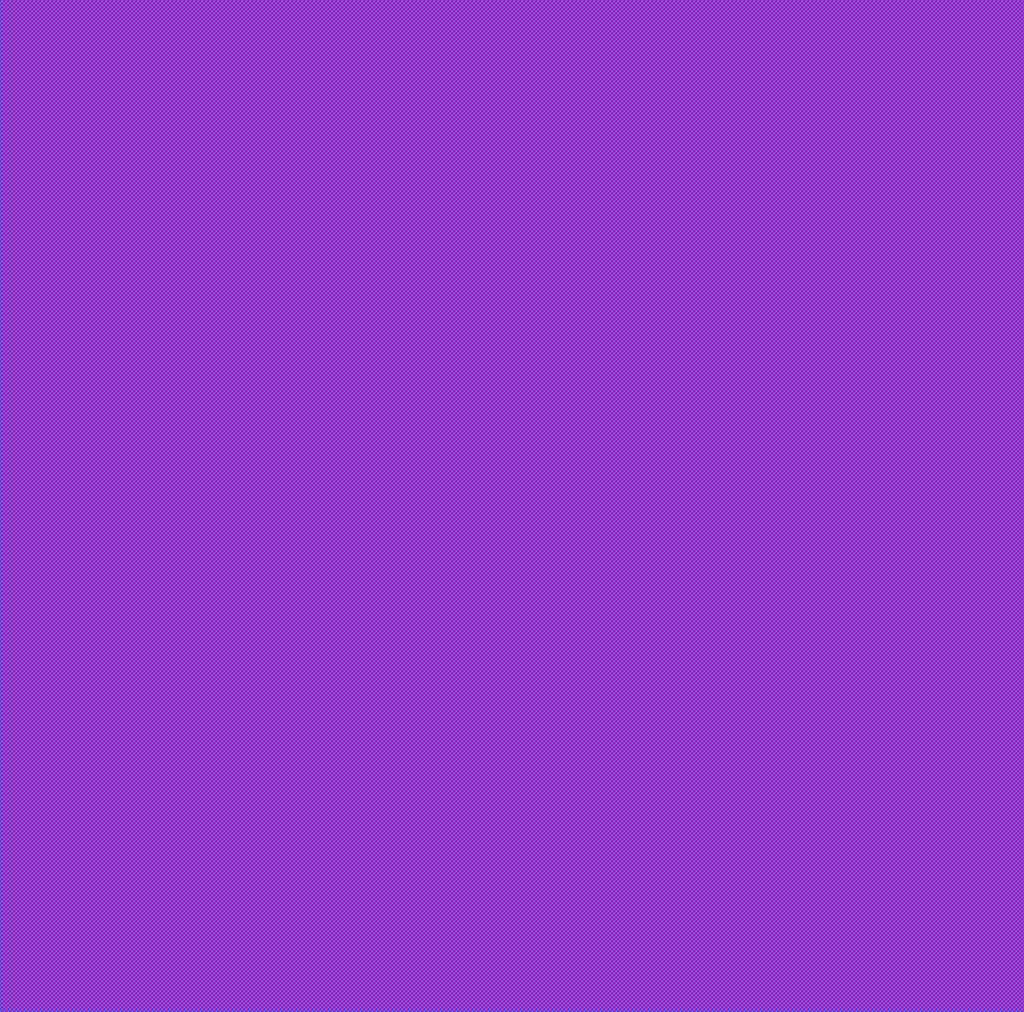
<source format=lef>
##
## LEF for PtnCells ;
## created by Innovus v18.10-p002_1 on Fri Apr  2 12:22:50 2021
##

VERSION 5.8 ;

BUSBITCHARS "[]" ;
DIVIDERCHAR "/" ;

MACRO aes128key
  CLASS BLOCK ;
  SIZE 237.690000 BY 234.920000 ;
  FOREIGN aes128key 0.000000 0.000000 ;
  ORIGIN 0 0 ;
  SYMMETRY X Y R90 ;
  PIN reset
    DIRECTION INPUT ;
    USE SIGNAL ;
  END reset
  PIN clock
    DIRECTION INPUT ;
    USE SIGNAL ;
  END clock
  PIN empty
    DIRECTION OUTPUT ;
    USE SIGNAL ;
  END empty
  PIN load
    DIRECTION INPUT ;
    USE SIGNAL ;
  END load
  PIN key[127]
    DIRECTION INPUT ;
    USE SIGNAL ;
    PORT
      LAYER metal2 ;
        RECT 119.000000 234.850000 119.070000 234.920000 ;
    END
  END key[127]
  PIN key[126]
    DIRECTION INPUT ;
    USE SIGNAL ;
    PORT
      LAYER metal2 ;
        RECT 118.050000 234.850000 118.120000 234.920000 ;
    END
  END key[126]
  PIN key[125]
    DIRECTION INPUT ;
    USE SIGNAL ;
    PORT
      LAYER metal2 ;
        RECT 117.100000 234.850000 117.170000 234.920000 ;
    END
  END key[125]
  PIN key[124]
    DIRECTION INPUT ;
    USE SIGNAL ;
    PORT
      LAYER metal2 ;
        RECT 116.150000 234.850000 116.220000 234.920000 ;
    END
  END key[124]
  PIN key[123]
    DIRECTION INPUT ;
    USE SIGNAL ;
    PORT
      LAYER metal2 ;
        RECT 115.200000 234.850000 115.270000 234.920000 ;
    END
  END key[123]
  PIN key[122]
    DIRECTION INPUT ;
    USE SIGNAL ;
    PORT
      LAYER metal2 ;
        RECT 114.250000 234.850000 114.320000 234.920000 ;
    END
  END key[122]
  PIN key[121]
    DIRECTION INPUT ;
    USE SIGNAL ;
    PORT
      LAYER metal2 ;
        RECT 113.300000 234.850000 113.370000 234.920000 ;
    END
  END key[121]
  PIN key[120]
    DIRECTION INPUT ;
    USE SIGNAL ;
    PORT
      LAYER metal2 ;
        RECT 112.350000 234.850000 112.420000 234.920000 ;
    END
  END key[120]
  PIN key[119]
    DIRECTION INPUT ;
    USE SIGNAL ;
    PORT
      LAYER metal2 ;
        RECT 111.400000 234.850000 111.470000 234.920000 ;
    END
  END key[119]
  PIN key[118]
    DIRECTION INPUT ;
    USE SIGNAL ;
    PORT
      LAYER metal2 ;
        RECT 110.450000 234.850000 110.520000 234.920000 ;
    END
  END key[118]
  PIN key[117]
    DIRECTION INPUT ;
    USE SIGNAL ;
    PORT
      LAYER metal2 ;
        RECT 109.500000 234.850000 109.570000 234.920000 ;
    END
  END key[117]
  PIN key[116]
    DIRECTION INPUT ;
    USE SIGNAL ;
    PORT
      LAYER metal2 ;
        RECT 108.550000 234.850000 108.620000 234.920000 ;
    END
  END key[116]
  PIN key[115]
    DIRECTION INPUT ;
    USE SIGNAL ;
    PORT
      LAYER metal2 ;
        RECT 107.600000 234.850000 107.670000 234.920000 ;
    END
  END key[115]
  PIN key[114]
    DIRECTION INPUT ;
    USE SIGNAL ;
    PORT
      LAYER metal2 ;
        RECT 106.650000 234.850000 106.720000 234.920000 ;
    END
  END key[114]
  PIN key[113]
    DIRECTION INPUT ;
    USE SIGNAL ;
    PORT
      LAYER metal2 ;
        RECT 105.700000 234.850000 105.770000 234.920000 ;
    END
  END key[113]
  PIN key[112]
    DIRECTION INPUT ;
    USE SIGNAL ;
    PORT
      LAYER metal2 ;
        RECT 104.750000 234.850000 104.820000 234.920000 ;
    END
  END key[112]
  PIN key[111]
    DIRECTION INPUT ;
    USE SIGNAL ;
    PORT
      LAYER metal2 ;
        RECT 103.800000 234.850000 103.870000 234.920000 ;
    END
  END key[111]
  PIN key[110]
    DIRECTION INPUT ;
    USE SIGNAL ;
    PORT
      LAYER metal2 ;
        RECT 102.850000 234.850000 102.920000 234.920000 ;
    END
  END key[110]
  PIN key[109]
    DIRECTION INPUT ;
    USE SIGNAL ;
    PORT
      LAYER metal2 ;
        RECT 101.900000 234.850000 101.970000 234.920000 ;
    END
  END key[109]
  PIN key[108]
    DIRECTION INPUT ;
    USE SIGNAL ;
    PORT
      LAYER metal2 ;
        RECT 100.950000 234.850000 101.020000 234.920000 ;
    END
  END key[108]
  PIN key[107]
    DIRECTION INPUT ;
    USE SIGNAL ;
    PORT
      LAYER metal2 ;
        RECT 100.000000 234.850000 100.070000 234.920000 ;
    END
  END key[107]
  PIN key[106]
    DIRECTION INPUT ;
    USE SIGNAL ;
    PORT
      LAYER metal2 ;
        RECT 99.050000 234.850000 99.120000 234.920000 ;
    END
  END key[106]
  PIN key[105]
    DIRECTION INPUT ;
    USE SIGNAL ;
    PORT
      LAYER metal2 ;
        RECT 98.100000 234.850000 98.170000 234.920000 ;
    END
  END key[105]
  PIN key[104]
    DIRECTION INPUT ;
    USE SIGNAL ;
    PORT
      LAYER metal2 ;
        RECT 97.150000 234.850000 97.220000 234.920000 ;
    END
  END key[104]
  PIN key[103]
    DIRECTION INPUT ;
    USE SIGNAL ;
    PORT
      LAYER metal2 ;
        RECT 96.200000 234.850000 96.270000 234.920000 ;
    END
  END key[103]
  PIN key[102]
    DIRECTION INPUT ;
    USE SIGNAL ;
    PORT
      LAYER metal2 ;
        RECT 95.250000 234.850000 95.320000 234.920000 ;
    END
  END key[102]
  PIN key[101]
    DIRECTION INPUT ;
    USE SIGNAL ;
    PORT
      LAYER metal2 ;
        RECT 94.300000 234.850000 94.370000 234.920000 ;
    END
  END key[101]
  PIN key[100]
    DIRECTION INPUT ;
    USE SIGNAL ;
    PORT
      LAYER metal2 ;
        RECT 93.350000 234.850000 93.420000 234.920000 ;
    END
  END key[100]
  PIN key[99]
    DIRECTION INPUT ;
    USE SIGNAL ;
    PORT
      LAYER metal2 ;
        RECT 92.400000 234.850000 92.470000 234.920000 ;
    END
  END key[99]
  PIN key[98]
    DIRECTION INPUT ;
    USE SIGNAL ;
    PORT
      LAYER metal2 ;
        RECT 91.450000 234.850000 91.520000 234.920000 ;
    END
  END key[98]
  PIN key[97]
    DIRECTION INPUT ;
    USE SIGNAL ;
    PORT
      LAYER metal2 ;
        RECT 90.500000 234.850000 90.570000 234.920000 ;
    END
  END key[97]
  PIN key[96]
    DIRECTION INPUT ;
    USE SIGNAL ;
    PORT
      LAYER metal2 ;
        RECT 89.550000 234.850000 89.620000 234.920000 ;
    END
  END key[96]
  PIN key[95]
    DIRECTION INPUT ;
    USE SIGNAL ;
    PORT
      LAYER metal2 ;
        RECT 88.600000 234.850000 88.670000 234.920000 ;
    END
  END key[95]
  PIN key[94]
    DIRECTION INPUT ;
    USE SIGNAL ;
    PORT
      LAYER metal2 ;
        RECT 87.650000 234.850000 87.720000 234.920000 ;
    END
  END key[94]
  PIN key[93]
    DIRECTION INPUT ;
    USE SIGNAL ;
    PORT
      LAYER metal2 ;
        RECT 86.700000 234.850000 86.770000 234.920000 ;
    END
  END key[93]
  PIN key[92]
    DIRECTION INPUT ;
    USE SIGNAL ;
    PORT
      LAYER metal2 ;
        RECT 85.750000 234.850000 85.820000 234.920000 ;
    END
  END key[92]
  PIN key[91]
    DIRECTION INPUT ;
    USE SIGNAL ;
    PORT
      LAYER metal2 ;
        RECT 84.800000 234.850000 84.870000 234.920000 ;
    END
  END key[91]
  PIN key[90]
    DIRECTION INPUT ;
    USE SIGNAL ;
    PORT
      LAYER metal2 ;
        RECT 83.850000 234.850000 83.920000 234.920000 ;
    END
  END key[90]
  PIN key[89]
    DIRECTION INPUT ;
    USE SIGNAL ;
    PORT
      LAYER metal2 ;
        RECT 82.900000 234.850000 82.970000 234.920000 ;
    END
  END key[89]
  PIN key[88]
    DIRECTION INPUT ;
    USE SIGNAL ;
    PORT
      LAYER metal2 ;
        RECT 81.950000 234.850000 82.020000 234.920000 ;
    END
  END key[88]
  PIN key[87]
    DIRECTION INPUT ;
    USE SIGNAL ;
    PORT
      LAYER metal2 ;
        RECT 81.000000 234.850000 81.070000 234.920000 ;
    END
  END key[87]
  PIN key[86]
    DIRECTION INPUT ;
    USE SIGNAL ;
    PORT
      LAYER metal2 ;
        RECT 80.050000 234.850000 80.120000 234.920000 ;
    END
  END key[86]
  PIN key[85]
    DIRECTION INPUT ;
    USE SIGNAL ;
    PORT
      LAYER metal2 ;
        RECT 79.100000 234.850000 79.170000 234.920000 ;
    END
  END key[85]
  PIN key[84]
    DIRECTION INPUT ;
    USE SIGNAL ;
    PORT
      LAYER metal2 ;
        RECT 78.150000 234.850000 78.220000 234.920000 ;
    END
  END key[84]
  PIN key[83]
    DIRECTION INPUT ;
    USE SIGNAL ;
    PORT
      LAYER metal2 ;
        RECT 77.200000 234.850000 77.270000 234.920000 ;
    END
  END key[83]
  PIN key[82]
    DIRECTION INPUT ;
    USE SIGNAL ;
    PORT
      LAYER metal2 ;
        RECT 76.250000 234.850000 76.320000 234.920000 ;
    END
  END key[82]
  PIN key[81]
    DIRECTION INPUT ;
    USE SIGNAL ;
    PORT
      LAYER metal2 ;
        RECT 75.300000 234.850000 75.370000 234.920000 ;
    END
  END key[81]
  PIN key[80]
    DIRECTION INPUT ;
    USE SIGNAL ;
    PORT
      LAYER metal2 ;
        RECT 74.350000 234.850000 74.420000 234.920000 ;
    END
  END key[80]
  PIN key[79]
    DIRECTION INPUT ;
    USE SIGNAL ;
    PORT
      LAYER metal2 ;
        RECT 73.400000 234.850000 73.470000 234.920000 ;
    END
  END key[79]
  PIN key[78]
    DIRECTION INPUT ;
    USE SIGNAL ;
    PORT
      LAYER metal2 ;
        RECT 72.450000 234.850000 72.520000 234.920000 ;
    END
  END key[78]
  PIN key[77]
    DIRECTION INPUT ;
    USE SIGNAL ;
    PORT
      LAYER metal2 ;
        RECT 71.500000 234.850000 71.570000 234.920000 ;
    END
  END key[77]
  PIN key[76]
    DIRECTION INPUT ;
    USE SIGNAL ;
    PORT
      LAYER metal2 ;
        RECT 70.550000 234.850000 70.620000 234.920000 ;
    END
  END key[76]
  PIN key[75]
    DIRECTION INPUT ;
    USE SIGNAL ;
    PORT
      LAYER metal2 ;
        RECT 69.600000 234.850000 69.670000 234.920000 ;
    END
  END key[75]
  PIN key[74]
    DIRECTION INPUT ;
    USE SIGNAL ;
    PORT
      LAYER metal2 ;
        RECT 68.650000 234.850000 68.720000 234.920000 ;
    END
  END key[74]
  PIN key[73]
    DIRECTION INPUT ;
    USE SIGNAL ;
    PORT
      LAYER metal2 ;
        RECT 67.700000 234.850000 67.770000 234.920000 ;
    END
  END key[73]
  PIN key[72]
    DIRECTION INPUT ;
    USE SIGNAL ;
    PORT
      LAYER metal2 ;
        RECT 66.750000 234.850000 66.820000 234.920000 ;
    END
  END key[72]
  PIN key[71]
    DIRECTION INPUT ;
    USE SIGNAL ;
    PORT
      LAYER metal2 ;
        RECT 65.800000 234.850000 65.870000 234.920000 ;
    END
  END key[71]
  PIN key[70]
    DIRECTION INPUT ;
    USE SIGNAL ;
    PORT
      LAYER metal2 ;
        RECT 64.850000 234.850000 64.920000 234.920000 ;
    END
  END key[70]
  PIN key[69]
    DIRECTION INPUT ;
    USE SIGNAL ;
    PORT
      LAYER metal2 ;
        RECT 63.900000 234.850000 63.970000 234.920000 ;
    END
  END key[69]
  PIN key[68]
    DIRECTION INPUT ;
    USE SIGNAL ;
    PORT
      LAYER metal2 ;
        RECT 62.950000 234.850000 63.020000 234.920000 ;
    END
  END key[68]
  PIN key[67]
    DIRECTION INPUT ;
    USE SIGNAL ;
    PORT
      LAYER metal2 ;
        RECT 62.000000 234.850000 62.070000 234.920000 ;
    END
  END key[67]
  PIN key[66]
    DIRECTION INPUT ;
    USE SIGNAL ;
    PORT
      LAYER metal2 ;
        RECT 61.050000 234.850000 61.120000 234.920000 ;
    END
  END key[66]
  PIN key[65]
    DIRECTION INPUT ;
    USE SIGNAL ;
    PORT
      LAYER metal2 ;
        RECT 60.100000 234.850000 60.170000 234.920000 ;
    END
  END key[65]
  PIN key[64]
    DIRECTION INPUT ;
    USE SIGNAL ;
    PORT
      LAYER metal2 ;
        RECT 59.150000 234.850000 59.220000 234.920000 ;
    END
  END key[64]
  PIN key[63]
    DIRECTION INPUT ;
    USE SIGNAL ;
    PORT
      LAYER metal2 ;
        RECT 58.200000 234.850000 58.270000 234.920000 ;
    END
  END key[63]
  PIN key[62]
    DIRECTION INPUT ;
    USE SIGNAL ;
    PORT
      LAYER metal2 ;
        RECT 57.250000 234.850000 57.320000 234.920000 ;
    END
  END key[62]
  PIN key[61]
    DIRECTION INPUT ;
    USE SIGNAL ;
    PORT
      LAYER metal2 ;
        RECT 56.300000 234.850000 56.370000 234.920000 ;
    END
  END key[61]
  PIN key[60]
    DIRECTION INPUT ;
    USE SIGNAL ;
    PORT
      LAYER metal2 ;
        RECT 55.350000 234.850000 55.420000 234.920000 ;
    END
  END key[60]
  PIN key[59]
    DIRECTION INPUT ;
    USE SIGNAL ;
    PORT
      LAYER metal2 ;
        RECT 54.400000 234.850000 54.470000 234.920000 ;
    END
  END key[59]
  PIN key[58]
    DIRECTION INPUT ;
    USE SIGNAL ;
    PORT
      LAYER metal2 ;
        RECT 53.450000 234.850000 53.520000 234.920000 ;
    END
  END key[58]
  PIN key[57]
    DIRECTION INPUT ;
    USE SIGNAL ;
    PORT
      LAYER metal2 ;
        RECT 52.500000 234.850000 52.570000 234.920000 ;
    END
  END key[57]
  PIN key[56]
    DIRECTION INPUT ;
    USE SIGNAL ;
    PORT
      LAYER metal2 ;
        RECT 51.550000 234.850000 51.620000 234.920000 ;
    END
  END key[56]
  PIN key[55]
    DIRECTION INPUT ;
    USE SIGNAL ;
    PORT
      LAYER metal2 ;
        RECT 50.600000 234.850000 50.670000 234.920000 ;
    END
  END key[55]
  PIN key[54]
    DIRECTION INPUT ;
    USE SIGNAL ;
    PORT
      LAYER metal2 ;
        RECT 49.650000 234.850000 49.720000 234.920000 ;
    END
  END key[54]
  PIN key[53]
    DIRECTION INPUT ;
    USE SIGNAL ;
    PORT
      LAYER metal2 ;
        RECT 48.700000 234.850000 48.770000 234.920000 ;
    END
  END key[53]
  PIN key[52]
    DIRECTION INPUT ;
    USE SIGNAL ;
    PORT
      LAYER metal2 ;
        RECT 47.750000 234.850000 47.820000 234.920000 ;
    END
  END key[52]
  PIN key[51]
    DIRECTION INPUT ;
    USE SIGNAL ;
    PORT
      LAYER metal2 ;
        RECT 46.800000 234.850000 46.870000 234.920000 ;
    END
  END key[51]
  PIN key[50]
    DIRECTION INPUT ;
    USE SIGNAL ;
    PORT
      LAYER metal2 ;
        RECT 45.850000 234.850000 45.920000 234.920000 ;
    END
  END key[50]
  PIN key[49]
    DIRECTION INPUT ;
    USE SIGNAL ;
    PORT
      LAYER metal2 ;
        RECT 44.900000 234.850000 44.970000 234.920000 ;
    END
  END key[49]
  PIN key[48]
    DIRECTION INPUT ;
    USE SIGNAL ;
    PORT
      LAYER metal2 ;
        RECT 43.950000 234.850000 44.020000 234.920000 ;
    END
  END key[48]
  PIN key[47]
    DIRECTION INPUT ;
    USE SIGNAL ;
    PORT
      LAYER metal2 ;
        RECT 43.000000 234.850000 43.070000 234.920000 ;
    END
  END key[47]
  PIN key[46]
    DIRECTION INPUT ;
    USE SIGNAL ;
    PORT
      LAYER metal2 ;
        RECT 42.050000 234.850000 42.120000 234.920000 ;
    END
  END key[46]
  PIN key[45]
    DIRECTION INPUT ;
    USE SIGNAL ;
    PORT
      LAYER metal2 ;
        RECT 41.100000 234.850000 41.170000 234.920000 ;
    END
  END key[45]
  PIN key[44]
    DIRECTION INPUT ;
    USE SIGNAL ;
    PORT
      LAYER metal2 ;
        RECT 40.150000 234.850000 40.220000 234.920000 ;
    END
  END key[44]
  PIN key[43]
    DIRECTION INPUT ;
    USE SIGNAL ;
    PORT
      LAYER metal2 ;
        RECT 39.200000 234.850000 39.270000 234.920000 ;
    END
  END key[43]
  PIN key[42]
    DIRECTION INPUT ;
    USE SIGNAL ;
    PORT
      LAYER metal2 ;
        RECT 38.250000 234.850000 38.320000 234.920000 ;
    END
  END key[42]
  PIN key[41]
    DIRECTION INPUT ;
    USE SIGNAL ;
    PORT
      LAYER metal2 ;
        RECT 37.300000 234.850000 37.370000 234.920000 ;
    END
  END key[41]
  PIN key[40]
    DIRECTION INPUT ;
    USE SIGNAL ;
    PORT
      LAYER metal2 ;
        RECT 36.350000 234.850000 36.420000 234.920000 ;
    END
  END key[40]
  PIN key[39]
    DIRECTION INPUT ;
    USE SIGNAL ;
    PORT
      LAYER metal2 ;
        RECT 35.400000 234.850000 35.470000 234.920000 ;
    END
  END key[39]
  PIN key[38]
    DIRECTION INPUT ;
    USE SIGNAL ;
    PORT
      LAYER metal2 ;
        RECT 34.450000 234.850000 34.520000 234.920000 ;
    END
  END key[38]
  PIN key[37]
    DIRECTION INPUT ;
    USE SIGNAL ;
    PORT
      LAYER metal2 ;
        RECT 33.500000 234.850000 33.570000 234.920000 ;
    END
  END key[37]
  PIN key[36]
    DIRECTION INPUT ;
    USE SIGNAL ;
    PORT
      LAYER metal2 ;
        RECT 32.550000 234.850000 32.620000 234.920000 ;
    END
  END key[36]
  PIN key[35]
    DIRECTION INPUT ;
    USE SIGNAL ;
    PORT
      LAYER metal2 ;
        RECT 31.600000 234.850000 31.670000 234.920000 ;
    END
  END key[35]
  PIN key[34]
    DIRECTION INPUT ;
    USE SIGNAL ;
    PORT
      LAYER metal2 ;
        RECT 30.650000 234.850000 30.720000 234.920000 ;
    END
  END key[34]
  PIN key[33]
    DIRECTION INPUT ;
    USE SIGNAL ;
    PORT
      LAYER metal2 ;
        RECT 29.700000 234.850000 29.770000 234.920000 ;
    END
  END key[33]
  PIN key[32]
    DIRECTION INPUT ;
    USE SIGNAL ;
    PORT
      LAYER metal2 ;
        RECT 28.750000 234.850000 28.820000 234.920000 ;
    END
  END key[32]
  PIN key[31]
    DIRECTION INPUT ;
    USE SIGNAL ;
    PORT
      LAYER metal2 ;
        RECT 27.800000 234.850000 27.870000 234.920000 ;
    END
  END key[31]
  PIN key[30]
    DIRECTION INPUT ;
    USE SIGNAL ;
    PORT
      LAYER metal2 ;
        RECT 26.850000 234.850000 26.920000 234.920000 ;
    END
  END key[30]
  PIN key[29]
    DIRECTION INPUT ;
    USE SIGNAL ;
    PORT
      LAYER metal2 ;
        RECT 25.900000 234.850000 25.970000 234.920000 ;
    END
  END key[29]
  PIN key[28]
    DIRECTION INPUT ;
    USE SIGNAL ;
    PORT
      LAYER metal2 ;
        RECT 24.950000 234.850000 25.020000 234.920000 ;
    END
  END key[28]
  PIN key[27]
    DIRECTION INPUT ;
    USE SIGNAL ;
    PORT
      LAYER metal2 ;
        RECT 24.000000 234.850000 24.070000 234.920000 ;
    END
  END key[27]
  PIN key[26]
    DIRECTION INPUT ;
    USE SIGNAL ;
    PORT
      LAYER metal2 ;
        RECT 23.050000 234.850000 23.120000 234.920000 ;
    END
  END key[26]
  PIN key[25]
    DIRECTION INPUT ;
    USE SIGNAL ;
    PORT
      LAYER metal2 ;
        RECT 22.100000 234.850000 22.170000 234.920000 ;
    END
  END key[25]
  PIN key[24]
    DIRECTION INPUT ;
    USE SIGNAL ;
    PORT
      LAYER metal2 ;
        RECT 21.150000 234.850000 21.220000 234.920000 ;
    END
  END key[24]
  PIN key[23]
    DIRECTION INPUT ;
    USE SIGNAL ;
    PORT
      LAYER metal2 ;
        RECT 20.200000 234.850000 20.270000 234.920000 ;
    END
  END key[23]
  PIN key[22]
    DIRECTION INPUT ;
    USE SIGNAL ;
    PORT
      LAYER metal2 ;
        RECT 19.250000 234.850000 19.320000 234.920000 ;
    END
  END key[22]
  PIN key[21]
    DIRECTION INPUT ;
    USE SIGNAL ;
    PORT
      LAYER metal2 ;
        RECT 18.300000 234.850000 18.370000 234.920000 ;
    END
  END key[21]
  PIN key[20]
    DIRECTION INPUT ;
    USE SIGNAL ;
    PORT
      LAYER metal2 ;
        RECT 17.350000 234.850000 17.420000 234.920000 ;
    END
  END key[20]
  PIN key[19]
    DIRECTION INPUT ;
    USE SIGNAL ;
    PORT
      LAYER metal2 ;
        RECT 16.400000 234.850000 16.470000 234.920000 ;
    END
  END key[19]
  PIN key[18]
    DIRECTION INPUT ;
    USE SIGNAL ;
    PORT
      LAYER metal2 ;
        RECT 15.450000 234.850000 15.520000 234.920000 ;
    END
  END key[18]
  PIN key[17]
    DIRECTION INPUT ;
    USE SIGNAL ;
    PORT
      LAYER metal2 ;
        RECT 14.500000 234.850000 14.570000 234.920000 ;
    END
  END key[17]
  PIN key[16]
    DIRECTION INPUT ;
    USE SIGNAL ;
    PORT
      LAYER metal2 ;
        RECT 13.550000 234.850000 13.620000 234.920000 ;
    END
  END key[16]
  PIN key[15]
    DIRECTION INPUT ;
    USE SIGNAL ;
    PORT
      LAYER metal2 ;
        RECT 12.600000 234.850000 12.670000 234.920000 ;
    END
  END key[15]
  PIN key[14]
    DIRECTION INPUT ;
    USE SIGNAL ;
    PORT
      LAYER metal2 ;
        RECT 11.650000 234.850000 11.720000 234.920000 ;
    END
  END key[14]
  PIN key[13]
    DIRECTION INPUT ;
    USE SIGNAL ;
    PORT
      LAYER metal2 ;
        RECT 10.700000 234.850000 10.770000 234.920000 ;
    END
  END key[13]
  PIN key[12]
    DIRECTION INPUT ;
    USE SIGNAL ;
    PORT
      LAYER metal2 ;
        RECT 9.750000 234.850000 9.820000 234.920000 ;
    END
  END key[12]
  PIN key[11]
    DIRECTION INPUT ;
    USE SIGNAL ;
    PORT
      LAYER metal2 ;
        RECT 8.800000 234.850000 8.870000 234.920000 ;
    END
  END key[11]
  PIN key[10]
    DIRECTION INPUT ;
    USE SIGNAL ;
    PORT
      LAYER metal2 ;
        RECT 7.850000 234.850000 7.920000 234.920000 ;
    END
  END key[10]
  PIN key[9]
    DIRECTION INPUT ;
    USE SIGNAL ;
    PORT
      LAYER metal2 ;
        RECT 6.900000 234.850000 6.970000 234.920000 ;
    END
  END key[9]
  PIN key[8]
    DIRECTION INPUT ;
    USE SIGNAL ;
    PORT
      LAYER metal2 ;
        RECT 5.950000 234.850000 6.020000 234.920000 ;
    END
  END key[8]
  PIN key[7]
    DIRECTION INPUT ;
    USE SIGNAL ;
    PORT
      LAYER metal2 ;
        RECT 5.000000 234.850000 5.070000 234.920000 ;
    END
  END key[7]
  PIN key[6]
    DIRECTION INPUT ;
    USE SIGNAL ;
    PORT
      LAYER metal2 ;
        RECT 4.050000 234.850000 4.120000 234.920000 ;
    END
  END key[6]
  PIN key[5]
    DIRECTION INPUT ;
    USE SIGNAL ;
    PORT
      LAYER metal2 ;
        RECT 3.100000 234.850000 3.170000 234.920000 ;
    END
  END key[5]
  PIN key[4]
    DIRECTION INPUT ;
    USE SIGNAL ;
    PORT
      LAYER metal2 ;
        RECT 2.150000 234.850000 2.220000 234.920000 ;
    END
  END key[4]
  PIN key[3]
    DIRECTION INPUT ;
    USE SIGNAL ;
    PORT
      LAYER metal2 ;
        RECT 1.200000 234.850000 1.270000 234.920000 ;
    END
  END key[3]
  PIN key[2]
    DIRECTION INPUT ;
    USE SIGNAL ;
    PORT
      LAYER metal2 ;
        RECT 0.250000 234.850000 0.320000 234.920000 ;
    END
  END key[2]
  PIN key[1]
    DIRECTION INPUT ;
    USE SIGNAL ;
  END key[1]
  PIN key[0]
    DIRECTION INPUT ;
    USE SIGNAL ;
  END key[0]
  PIN plain[127]
    DIRECTION INPUT ;
    USE SIGNAL ;
  END plain[127]
  PIN plain[126]
    DIRECTION INPUT ;
    USE SIGNAL ;
  END plain[126]
  PIN plain[125]
    DIRECTION INPUT ;
    USE SIGNAL ;
  END plain[125]
  PIN plain[124]
    DIRECTION INPUT ;
    USE SIGNAL ;
  END plain[124]
  PIN plain[123]
    DIRECTION INPUT ;
    USE SIGNAL ;
    PORT
      LAYER metal2 ;
        RECT 236.800000 234.850000 236.870000 234.920000 ;
    END
  END plain[123]
  PIN plain[122]
    DIRECTION INPUT ;
    USE SIGNAL ;
    PORT
      LAYER metal2 ;
        RECT 235.850000 234.850000 235.920000 234.920000 ;
    END
  END plain[122]
  PIN plain[121]
    DIRECTION INPUT ;
    USE SIGNAL ;
    PORT
      LAYER metal2 ;
        RECT 234.900000 234.850000 234.970000 234.920000 ;
    END
  END plain[121]
  PIN plain[120]
    DIRECTION INPUT ;
    USE SIGNAL ;
    PORT
      LAYER metal2 ;
        RECT 233.950000 234.850000 234.020000 234.920000 ;
    END
  END plain[120]
  PIN plain[119]
    DIRECTION INPUT ;
    USE SIGNAL ;
    PORT
      LAYER metal2 ;
        RECT 233.000000 234.850000 233.070000 234.920000 ;
    END
  END plain[119]
  PIN plain[118]
    DIRECTION INPUT ;
    USE SIGNAL ;
    PORT
      LAYER metal2 ;
        RECT 232.050000 234.850000 232.120000 234.920000 ;
    END
  END plain[118]
  PIN plain[117]
    DIRECTION INPUT ;
    USE SIGNAL ;
    PORT
      LAYER metal2 ;
        RECT 231.100000 234.850000 231.170000 234.920000 ;
    END
  END plain[117]
  PIN plain[116]
    DIRECTION INPUT ;
    USE SIGNAL ;
    PORT
      LAYER metal2 ;
        RECT 230.150000 234.850000 230.220000 234.920000 ;
    END
  END plain[116]
  PIN plain[115]
    DIRECTION INPUT ;
    USE SIGNAL ;
    PORT
      LAYER metal2 ;
        RECT 229.200000 234.850000 229.270000 234.920000 ;
    END
  END plain[115]
  PIN plain[114]
    DIRECTION INPUT ;
    USE SIGNAL ;
    PORT
      LAYER metal2 ;
        RECT 228.250000 234.850000 228.320000 234.920000 ;
    END
  END plain[114]
  PIN plain[113]
    DIRECTION INPUT ;
    USE SIGNAL ;
    PORT
      LAYER metal2 ;
        RECT 227.300000 234.850000 227.370000 234.920000 ;
    END
  END plain[113]
  PIN plain[112]
    DIRECTION INPUT ;
    USE SIGNAL ;
    PORT
      LAYER metal2 ;
        RECT 226.350000 234.850000 226.420000 234.920000 ;
    END
  END plain[112]
  PIN plain[111]
    DIRECTION INPUT ;
    USE SIGNAL ;
    PORT
      LAYER metal2 ;
        RECT 225.400000 234.850000 225.470000 234.920000 ;
    END
  END plain[111]
  PIN plain[110]
    DIRECTION INPUT ;
    USE SIGNAL ;
    PORT
      LAYER metal2 ;
        RECT 224.450000 234.850000 224.520000 234.920000 ;
    END
  END plain[110]
  PIN plain[109]
    DIRECTION INPUT ;
    USE SIGNAL ;
    PORT
      LAYER metal2 ;
        RECT 223.500000 234.850000 223.570000 234.920000 ;
    END
  END plain[109]
  PIN plain[108]
    DIRECTION INPUT ;
    USE SIGNAL ;
    PORT
      LAYER metal2 ;
        RECT 222.550000 234.850000 222.620000 234.920000 ;
    END
  END plain[108]
  PIN plain[107]
    DIRECTION INPUT ;
    USE SIGNAL ;
    PORT
      LAYER metal2 ;
        RECT 221.600000 234.850000 221.670000 234.920000 ;
    END
  END plain[107]
  PIN plain[106]
    DIRECTION INPUT ;
    USE SIGNAL ;
    PORT
      LAYER metal2 ;
        RECT 220.650000 234.850000 220.720000 234.920000 ;
    END
  END plain[106]
  PIN plain[105]
    DIRECTION INPUT ;
    USE SIGNAL ;
    PORT
      LAYER metal2 ;
        RECT 219.700000 234.850000 219.770000 234.920000 ;
    END
  END plain[105]
  PIN plain[104]
    DIRECTION INPUT ;
    USE SIGNAL ;
    PORT
      LAYER metal2 ;
        RECT 218.750000 234.850000 218.820000 234.920000 ;
    END
  END plain[104]
  PIN plain[103]
    DIRECTION INPUT ;
    USE SIGNAL ;
    PORT
      LAYER metal2 ;
        RECT 217.800000 234.850000 217.870000 234.920000 ;
    END
  END plain[103]
  PIN plain[102]
    DIRECTION INPUT ;
    USE SIGNAL ;
    PORT
      LAYER metal2 ;
        RECT 216.850000 234.850000 216.920000 234.920000 ;
    END
  END plain[102]
  PIN plain[101]
    DIRECTION INPUT ;
    USE SIGNAL ;
    PORT
      LAYER metal2 ;
        RECT 215.900000 234.850000 215.970000 234.920000 ;
    END
  END plain[101]
  PIN plain[100]
    DIRECTION INPUT ;
    USE SIGNAL ;
    PORT
      LAYER metal2 ;
        RECT 214.950000 234.850000 215.020000 234.920000 ;
    END
  END plain[100]
  PIN plain[99]
    DIRECTION INPUT ;
    USE SIGNAL ;
    PORT
      LAYER metal2 ;
        RECT 214.000000 234.850000 214.070000 234.920000 ;
    END
  END plain[99]
  PIN plain[98]
    DIRECTION INPUT ;
    USE SIGNAL ;
    PORT
      LAYER metal2 ;
        RECT 213.050000 234.850000 213.120000 234.920000 ;
    END
  END plain[98]
  PIN plain[97]
    DIRECTION INPUT ;
    USE SIGNAL ;
    PORT
      LAYER metal2 ;
        RECT 212.100000 234.850000 212.170000 234.920000 ;
    END
  END plain[97]
  PIN plain[96]
    DIRECTION INPUT ;
    USE SIGNAL ;
    PORT
      LAYER metal2 ;
        RECT 211.150000 234.850000 211.220000 234.920000 ;
    END
  END plain[96]
  PIN plain[95]
    DIRECTION INPUT ;
    USE SIGNAL ;
    PORT
      LAYER metal2 ;
        RECT 210.200000 234.850000 210.270000 234.920000 ;
    END
  END plain[95]
  PIN plain[94]
    DIRECTION INPUT ;
    USE SIGNAL ;
    PORT
      LAYER metal2 ;
        RECT 209.250000 234.850000 209.320000 234.920000 ;
    END
  END plain[94]
  PIN plain[93]
    DIRECTION INPUT ;
    USE SIGNAL ;
    PORT
      LAYER metal2 ;
        RECT 208.300000 234.850000 208.370000 234.920000 ;
    END
  END plain[93]
  PIN plain[92]
    DIRECTION INPUT ;
    USE SIGNAL ;
    PORT
      LAYER metal2 ;
        RECT 207.350000 234.850000 207.420000 234.920000 ;
    END
  END plain[92]
  PIN plain[91]
    DIRECTION INPUT ;
    USE SIGNAL ;
    PORT
      LAYER metal2 ;
        RECT 206.400000 234.850000 206.470000 234.920000 ;
    END
  END plain[91]
  PIN plain[90]
    DIRECTION INPUT ;
    USE SIGNAL ;
    PORT
      LAYER metal2 ;
        RECT 205.450000 234.850000 205.520000 234.920000 ;
    END
  END plain[90]
  PIN plain[89]
    DIRECTION INPUT ;
    USE SIGNAL ;
    PORT
      LAYER metal2 ;
        RECT 204.500000 234.850000 204.570000 234.920000 ;
    END
  END plain[89]
  PIN plain[88]
    DIRECTION INPUT ;
    USE SIGNAL ;
    PORT
      LAYER metal2 ;
        RECT 203.550000 234.850000 203.620000 234.920000 ;
    END
  END plain[88]
  PIN plain[87]
    DIRECTION INPUT ;
    USE SIGNAL ;
    PORT
      LAYER metal2 ;
        RECT 202.600000 234.850000 202.670000 234.920000 ;
    END
  END plain[87]
  PIN plain[86]
    DIRECTION INPUT ;
    USE SIGNAL ;
    PORT
      LAYER metal2 ;
        RECT 201.650000 234.850000 201.720000 234.920000 ;
    END
  END plain[86]
  PIN plain[85]
    DIRECTION INPUT ;
    USE SIGNAL ;
    PORT
      LAYER metal2 ;
        RECT 200.700000 234.850000 200.770000 234.920000 ;
    END
  END plain[85]
  PIN plain[84]
    DIRECTION INPUT ;
    USE SIGNAL ;
    PORT
      LAYER metal2 ;
        RECT 199.750000 234.850000 199.820000 234.920000 ;
    END
  END plain[84]
  PIN plain[83]
    DIRECTION INPUT ;
    USE SIGNAL ;
    PORT
      LAYER metal2 ;
        RECT 198.800000 234.850000 198.870000 234.920000 ;
    END
  END plain[83]
  PIN plain[82]
    DIRECTION INPUT ;
    USE SIGNAL ;
    PORT
      LAYER metal2 ;
        RECT 197.850000 234.850000 197.920000 234.920000 ;
    END
  END plain[82]
  PIN plain[81]
    DIRECTION INPUT ;
    USE SIGNAL ;
    PORT
      LAYER metal2 ;
        RECT 196.900000 234.850000 196.970000 234.920000 ;
    END
  END plain[81]
  PIN plain[80]
    DIRECTION INPUT ;
    USE SIGNAL ;
    PORT
      LAYER metal2 ;
        RECT 195.950000 234.850000 196.020000 234.920000 ;
    END
  END plain[80]
  PIN plain[79]
    DIRECTION INPUT ;
    USE SIGNAL ;
    PORT
      LAYER metal2 ;
        RECT 195.000000 234.850000 195.070000 234.920000 ;
    END
  END plain[79]
  PIN plain[78]
    DIRECTION INPUT ;
    USE SIGNAL ;
    PORT
      LAYER metal2 ;
        RECT 194.050000 234.850000 194.120000 234.920000 ;
    END
  END plain[78]
  PIN plain[77]
    DIRECTION INPUT ;
    USE SIGNAL ;
    PORT
      LAYER metal2 ;
        RECT 193.100000 234.850000 193.170000 234.920000 ;
    END
  END plain[77]
  PIN plain[76]
    DIRECTION INPUT ;
    USE SIGNAL ;
    PORT
      LAYER metal2 ;
        RECT 192.150000 234.850000 192.220000 234.920000 ;
    END
  END plain[76]
  PIN plain[75]
    DIRECTION INPUT ;
    USE SIGNAL ;
    PORT
      LAYER metal2 ;
        RECT 191.200000 234.850000 191.270000 234.920000 ;
    END
  END plain[75]
  PIN plain[74]
    DIRECTION INPUT ;
    USE SIGNAL ;
    PORT
      LAYER metal2 ;
        RECT 190.250000 234.850000 190.320000 234.920000 ;
    END
  END plain[74]
  PIN plain[73]
    DIRECTION INPUT ;
    USE SIGNAL ;
    PORT
      LAYER metal2 ;
        RECT 189.300000 234.850000 189.370000 234.920000 ;
    END
  END plain[73]
  PIN plain[72]
    DIRECTION INPUT ;
    USE SIGNAL ;
    PORT
      LAYER metal2 ;
        RECT 188.350000 234.850000 188.420000 234.920000 ;
    END
  END plain[72]
  PIN plain[71]
    DIRECTION INPUT ;
    USE SIGNAL ;
    PORT
      LAYER metal2 ;
        RECT 187.400000 234.850000 187.470000 234.920000 ;
    END
  END plain[71]
  PIN plain[70]
    DIRECTION INPUT ;
    USE SIGNAL ;
    PORT
      LAYER metal2 ;
        RECT 186.450000 234.850000 186.520000 234.920000 ;
    END
  END plain[70]
  PIN plain[69]
    DIRECTION INPUT ;
    USE SIGNAL ;
    PORT
      LAYER metal2 ;
        RECT 185.500000 234.850000 185.570000 234.920000 ;
    END
  END plain[69]
  PIN plain[68]
    DIRECTION INPUT ;
    USE SIGNAL ;
    PORT
      LAYER metal2 ;
        RECT 184.550000 234.850000 184.620000 234.920000 ;
    END
  END plain[68]
  PIN plain[67]
    DIRECTION INPUT ;
    USE SIGNAL ;
    PORT
      LAYER metal2 ;
        RECT 183.600000 234.850000 183.670000 234.920000 ;
    END
  END plain[67]
  PIN plain[66]
    DIRECTION INPUT ;
    USE SIGNAL ;
    PORT
      LAYER metal2 ;
        RECT 182.650000 234.850000 182.720000 234.920000 ;
    END
  END plain[66]
  PIN plain[65]
    DIRECTION INPUT ;
    USE SIGNAL ;
    PORT
      LAYER metal2 ;
        RECT 181.700000 234.850000 181.770000 234.920000 ;
    END
  END plain[65]
  PIN plain[64]
    DIRECTION INPUT ;
    USE SIGNAL ;
    PORT
      LAYER metal2 ;
        RECT 180.750000 234.850000 180.820000 234.920000 ;
    END
  END plain[64]
  PIN plain[63]
    DIRECTION INPUT ;
    USE SIGNAL ;
    PORT
      LAYER metal2 ;
        RECT 179.800000 234.850000 179.870000 234.920000 ;
    END
  END plain[63]
  PIN plain[62]
    DIRECTION INPUT ;
    USE SIGNAL ;
    PORT
      LAYER metal2 ;
        RECT 178.850000 234.850000 178.920000 234.920000 ;
    END
  END plain[62]
  PIN plain[61]
    DIRECTION INPUT ;
    USE SIGNAL ;
    PORT
      LAYER metal2 ;
        RECT 177.900000 234.850000 177.970000 234.920000 ;
    END
  END plain[61]
  PIN plain[60]
    DIRECTION INPUT ;
    USE SIGNAL ;
    PORT
      LAYER metal2 ;
        RECT 176.950000 234.850000 177.020000 234.920000 ;
    END
  END plain[60]
  PIN plain[59]
    DIRECTION INPUT ;
    USE SIGNAL ;
    PORT
      LAYER metal2 ;
        RECT 176.000000 234.850000 176.070000 234.920000 ;
    END
  END plain[59]
  PIN plain[58]
    DIRECTION INPUT ;
    USE SIGNAL ;
    PORT
      LAYER metal2 ;
        RECT 175.050000 234.850000 175.120000 234.920000 ;
    END
  END plain[58]
  PIN plain[57]
    DIRECTION INPUT ;
    USE SIGNAL ;
    PORT
      LAYER metal2 ;
        RECT 174.100000 234.850000 174.170000 234.920000 ;
    END
  END plain[57]
  PIN plain[56]
    DIRECTION INPUT ;
    USE SIGNAL ;
    PORT
      LAYER metal2 ;
        RECT 173.150000 234.850000 173.220000 234.920000 ;
    END
  END plain[56]
  PIN plain[55]
    DIRECTION INPUT ;
    USE SIGNAL ;
    PORT
      LAYER metal2 ;
        RECT 172.200000 234.850000 172.270000 234.920000 ;
    END
  END plain[55]
  PIN plain[54]
    DIRECTION INPUT ;
    USE SIGNAL ;
    PORT
      LAYER metal2 ;
        RECT 171.250000 234.850000 171.320000 234.920000 ;
    END
  END plain[54]
  PIN plain[53]
    DIRECTION INPUT ;
    USE SIGNAL ;
    PORT
      LAYER metal2 ;
        RECT 170.300000 234.850000 170.370000 234.920000 ;
    END
  END plain[53]
  PIN plain[52]
    DIRECTION INPUT ;
    USE SIGNAL ;
    PORT
      LAYER metal2 ;
        RECT 169.350000 234.850000 169.420000 234.920000 ;
    END
  END plain[52]
  PIN plain[51]
    DIRECTION INPUT ;
    USE SIGNAL ;
    PORT
      LAYER metal2 ;
        RECT 168.400000 234.850000 168.470000 234.920000 ;
    END
  END plain[51]
  PIN plain[50]
    DIRECTION INPUT ;
    USE SIGNAL ;
    PORT
      LAYER metal2 ;
        RECT 167.450000 234.850000 167.520000 234.920000 ;
    END
  END plain[50]
  PIN plain[49]
    DIRECTION INPUT ;
    USE SIGNAL ;
    PORT
      LAYER metal2 ;
        RECT 166.500000 234.850000 166.570000 234.920000 ;
    END
  END plain[49]
  PIN plain[48]
    DIRECTION INPUT ;
    USE SIGNAL ;
    PORT
      LAYER metal2 ;
        RECT 165.550000 234.850000 165.620000 234.920000 ;
    END
  END plain[48]
  PIN plain[47]
    DIRECTION INPUT ;
    USE SIGNAL ;
    PORT
      LAYER metal2 ;
        RECT 164.600000 234.850000 164.670000 234.920000 ;
    END
  END plain[47]
  PIN plain[46]
    DIRECTION INPUT ;
    USE SIGNAL ;
    PORT
      LAYER metal2 ;
        RECT 163.650000 234.850000 163.720000 234.920000 ;
    END
  END plain[46]
  PIN plain[45]
    DIRECTION INPUT ;
    USE SIGNAL ;
    PORT
      LAYER metal2 ;
        RECT 162.700000 234.850000 162.770000 234.920000 ;
    END
  END plain[45]
  PIN plain[44]
    DIRECTION INPUT ;
    USE SIGNAL ;
    PORT
      LAYER metal2 ;
        RECT 161.750000 234.850000 161.820000 234.920000 ;
    END
  END plain[44]
  PIN plain[43]
    DIRECTION INPUT ;
    USE SIGNAL ;
    PORT
      LAYER metal2 ;
        RECT 160.800000 234.850000 160.870000 234.920000 ;
    END
  END plain[43]
  PIN plain[42]
    DIRECTION INPUT ;
    USE SIGNAL ;
    PORT
      LAYER metal2 ;
        RECT 159.850000 234.850000 159.920000 234.920000 ;
    END
  END plain[42]
  PIN plain[41]
    DIRECTION INPUT ;
    USE SIGNAL ;
    PORT
      LAYER metal2 ;
        RECT 158.900000 234.850000 158.970000 234.920000 ;
    END
  END plain[41]
  PIN plain[40]
    DIRECTION INPUT ;
    USE SIGNAL ;
    PORT
      LAYER metal2 ;
        RECT 157.950000 234.850000 158.020000 234.920000 ;
    END
  END plain[40]
  PIN plain[39]
    DIRECTION INPUT ;
    USE SIGNAL ;
    PORT
      LAYER metal2 ;
        RECT 157.000000 234.850000 157.070000 234.920000 ;
    END
  END plain[39]
  PIN plain[38]
    DIRECTION INPUT ;
    USE SIGNAL ;
    PORT
      LAYER metal2 ;
        RECT 156.050000 234.850000 156.120000 234.920000 ;
    END
  END plain[38]
  PIN plain[37]
    DIRECTION INPUT ;
    USE SIGNAL ;
    PORT
      LAYER metal2 ;
        RECT 155.100000 234.850000 155.170000 234.920000 ;
    END
  END plain[37]
  PIN plain[36]
    DIRECTION INPUT ;
    USE SIGNAL ;
    PORT
      LAYER metal2 ;
        RECT 154.150000 234.850000 154.220000 234.920000 ;
    END
  END plain[36]
  PIN plain[35]
    DIRECTION INPUT ;
    USE SIGNAL ;
    PORT
      LAYER metal2 ;
        RECT 153.200000 234.850000 153.270000 234.920000 ;
    END
  END plain[35]
  PIN plain[34]
    DIRECTION INPUT ;
    USE SIGNAL ;
    PORT
      LAYER metal2 ;
        RECT 152.250000 234.850000 152.320000 234.920000 ;
    END
  END plain[34]
  PIN plain[33]
    DIRECTION INPUT ;
    USE SIGNAL ;
    PORT
      LAYER metal2 ;
        RECT 151.300000 234.850000 151.370000 234.920000 ;
    END
  END plain[33]
  PIN plain[32]
    DIRECTION INPUT ;
    USE SIGNAL ;
    PORT
      LAYER metal2 ;
        RECT 150.350000 234.850000 150.420000 234.920000 ;
    END
  END plain[32]
  PIN plain[31]
    DIRECTION INPUT ;
    USE SIGNAL ;
    PORT
      LAYER metal2 ;
        RECT 149.400000 234.850000 149.470000 234.920000 ;
    END
  END plain[31]
  PIN plain[30]
    DIRECTION INPUT ;
    USE SIGNAL ;
    PORT
      LAYER metal2 ;
        RECT 148.450000 234.850000 148.520000 234.920000 ;
    END
  END plain[30]
  PIN plain[29]
    DIRECTION INPUT ;
    USE SIGNAL ;
    PORT
      LAYER metal2 ;
        RECT 147.500000 234.850000 147.570000 234.920000 ;
    END
  END plain[29]
  PIN plain[28]
    DIRECTION INPUT ;
    USE SIGNAL ;
    PORT
      LAYER metal2 ;
        RECT 146.550000 234.850000 146.620000 234.920000 ;
    END
  END plain[28]
  PIN plain[27]
    DIRECTION INPUT ;
    USE SIGNAL ;
    PORT
      LAYER metal2 ;
        RECT 145.600000 234.850000 145.670000 234.920000 ;
    END
  END plain[27]
  PIN plain[26]
    DIRECTION INPUT ;
    USE SIGNAL ;
    PORT
      LAYER metal2 ;
        RECT 144.650000 234.850000 144.720000 234.920000 ;
    END
  END plain[26]
  PIN plain[25]
    DIRECTION INPUT ;
    USE SIGNAL ;
    PORT
      LAYER metal2 ;
        RECT 143.700000 234.850000 143.770000 234.920000 ;
    END
  END plain[25]
  PIN plain[24]
    DIRECTION INPUT ;
    USE SIGNAL ;
    PORT
      LAYER metal2 ;
        RECT 142.750000 234.850000 142.820000 234.920000 ;
    END
  END plain[24]
  PIN plain[23]
    DIRECTION INPUT ;
    USE SIGNAL ;
    PORT
      LAYER metal2 ;
        RECT 141.800000 234.850000 141.870000 234.920000 ;
    END
  END plain[23]
  PIN plain[22]
    DIRECTION INPUT ;
    USE SIGNAL ;
    PORT
      LAYER metal2 ;
        RECT 140.850000 234.850000 140.920000 234.920000 ;
    END
  END plain[22]
  PIN plain[21]
    DIRECTION INPUT ;
    USE SIGNAL ;
    PORT
      LAYER metal2 ;
        RECT 139.900000 234.850000 139.970000 234.920000 ;
    END
  END plain[21]
  PIN plain[20]
    DIRECTION INPUT ;
    USE SIGNAL ;
    PORT
      LAYER metal2 ;
        RECT 138.950000 234.850000 139.020000 234.920000 ;
    END
  END plain[20]
  PIN plain[19]
    DIRECTION INPUT ;
    USE SIGNAL ;
    PORT
      LAYER metal2 ;
        RECT 138.000000 234.850000 138.070000 234.920000 ;
    END
  END plain[19]
  PIN plain[18]
    DIRECTION INPUT ;
    USE SIGNAL ;
    PORT
      LAYER metal2 ;
        RECT 137.050000 234.850000 137.120000 234.920000 ;
    END
  END plain[18]
  PIN plain[17]
    DIRECTION INPUT ;
    USE SIGNAL ;
    PORT
      LAYER metal2 ;
        RECT 136.100000 234.850000 136.170000 234.920000 ;
    END
  END plain[17]
  PIN plain[16]
    DIRECTION INPUT ;
    USE SIGNAL ;
    PORT
      LAYER metal2 ;
        RECT 135.150000 234.850000 135.220000 234.920000 ;
    END
  END plain[16]
  PIN plain[15]
    DIRECTION INPUT ;
    USE SIGNAL ;
    PORT
      LAYER metal2 ;
        RECT 134.200000 234.850000 134.270000 234.920000 ;
    END
  END plain[15]
  PIN plain[14]
    DIRECTION INPUT ;
    USE SIGNAL ;
    PORT
      LAYER metal2 ;
        RECT 133.250000 234.850000 133.320000 234.920000 ;
    END
  END plain[14]
  PIN plain[13]
    DIRECTION INPUT ;
    USE SIGNAL ;
    PORT
      LAYER metal2 ;
        RECT 132.300000 234.850000 132.370000 234.920000 ;
    END
  END plain[13]
  PIN plain[12]
    DIRECTION INPUT ;
    USE SIGNAL ;
    PORT
      LAYER metal2 ;
        RECT 131.350000 234.850000 131.420000 234.920000 ;
    END
  END plain[12]
  PIN plain[11]
    DIRECTION INPUT ;
    USE SIGNAL ;
    PORT
      LAYER metal2 ;
        RECT 130.400000 234.850000 130.470000 234.920000 ;
    END
  END plain[11]
  PIN plain[10]
    DIRECTION INPUT ;
    USE SIGNAL ;
    PORT
      LAYER metal2 ;
        RECT 129.450000 234.850000 129.520000 234.920000 ;
    END
  END plain[10]
  PIN plain[9]
    DIRECTION INPUT ;
    USE SIGNAL ;
    PORT
      LAYER metal2 ;
        RECT 128.500000 234.850000 128.570000 234.920000 ;
    END
  END plain[9]
  PIN plain[8]
    DIRECTION INPUT ;
    USE SIGNAL ;
    PORT
      LAYER metal2 ;
        RECT 127.550000 234.850000 127.620000 234.920000 ;
    END
  END plain[8]
  PIN plain[7]
    DIRECTION INPUT ;
    USE SIGNAL ;
    PORT
      LAYER metal2 ;
        RECT 126.600000 234.850000 126.670000 234.920000 ;
    END
  END plain[7]
  PIN plain[6]
    DIRECTION INPUT ;
    USE SIGNAL ;
    PORT
      LAYER metal2 ;
        RECT 125.650000 234.850000 125.720000 234.920000 ;
    END
  END plain[6]
  PIN plain[5]
    DIRECTION INPUT ;
    USE SIGNAL ;
    PORT
      LAYER metal2 ;
        RECT 124.700000 234.850000 124.770000 234.920000 ;
    END
  END plain[5]
  PIN plain[4]
    DIRECTION INPUT ;
    USE SIGNAL ;
    PORT
      LAYER metal2 ;
        RECT 123.750000 234.850000 123.820000 234.920000 ;
    END
  END plain[4]
  PIN plain[3]
    DIRECTION INPUT ;
    USE SIGNAL ;
    PORT
      LAYER metal2 ;
        RECT 122.800000 234.850000 122.870000 234.920000 ;
    END
  END plain[3]
  PIN plain[2]
    DIRECTION INPUT ;
    USE SIGNAL ;
    PORT
      LAYER metal2 ;
        RECT 121.850000 234.850000 121.920000 234.920000 ;
    END
  END plain[2]
  PIN plain[1]
    DIRECTION INPUT ;
    USE SIGNAL ;
    PORT
      LAYER metal2 ;
        RECT 120.900000 234.850000 120.970000 234.920000 ;
    END
  END plain[1]
  PIN plain[0]
    DIRECTION INPUT ;
    USE SIGNAL ;
    PORT
      LAYER metal2 ;
        RECT 119.950000 234.850000 120.020000 234.920000 ;
    END
  END plain[0]
  PIN ready
    DIRECTION OUTPUT ;
    USE SIGNAL ;
  END ready
  PIN cipher[127]
    DIRECTION OUTPUT ;
    USE SIGNAL ;
  END cipher[127]
  PIN cipher[126]
    DIRECTION OUTPUT ;
    USE SIGNAL ;
  END cipher[126]
  PIN cipher[125]
    DIRECTION OUTPUT ;
    USE SIGNAL ;
  END cipher[125]
  PIN cipher[124]
    DIRECTION OUTPUT ;
    USE SIGNAL ;
  END cipher[124]
  PIN cipher[123]
    DIRECTION OUTPUT ;
    USE SIGNAL ;
  END cipher[123]
  PIN cipher[122]
    DIRECTION OUTPUT ;
    USE SIGNAL ;
  END cipher[122]
  PIN cipher[121]
    DIRECTION OUTPUT ;
    USE SIGNAL ;
  END cipher[121]
  PIN cipher[120]
    DIRECTION OUTPUT ;
    USE SIGNAL ;
  END cipher[120]
  PIN cipher[119]
    DIRECTION OUTPUT ;
    USE SIGNAL ;
  END cipher[119]
  PIN cipher[118]
    DIRECTION OUTPUT ;
    USE SIGNAL ;
  END cipher[118]
  PIN cipher[117]
    DIRECTION OUTPUT ;
    USE SIGNAL ;
  END cipher[117]
  PIN cipher[116]
    DIRECTION OUTPUT ;
    USE SIGNAL ;
  END cipher[116]
  PIN cipher[115]
    DIRECTION OUTPUT ;
    USE SIGNAL ;
  END cipher[115]
  PIN cipher[114]
    DIRECTION OUTPUT ;
    USE SIGNAL ;
  END cipher[114]
  PIN cipher[113]
    DIRECTION OUTPUT ;
    USE SIGNAL ;
  END cipher[113]
  PIN cipher[112]
    DIRECTION OUTPUT ;
    USE SIGNAL ;
  END cipher[112]
  PIN cipher[111]
    DIRECTION OUTPUT ;
    USE SIGNAL ;
  END cipher[111]
  PIN cipher[110]
    DIRECTION OUTPUT ;
    USE SIGNAL ;
  END cipher[110]
  PIN cipher[109]
    DIRECTION OUTPUT ;
    USE SIGNAL ;
  END cipher[109]
  PIN cipher[108]
    DIRECTION OUTPUT ;
    USE SIGNAL ;
  END cipher[108]
  PIN cipher[107]
    DIRECTION OUTPUT ;
    USE SIGNAL ;
  END cipher[107]
  PIN cipher[106]
    DIRECTION OUTPUT ;
    USE SIGNAL ;
  END cipher[106]
  PIN cipher[105]
    DIRECTION OUTPUT ;
    USE SIGNAL ;
  END cipher[105]
  PIN cipher[104]
    DIRECTION OUTPUT ;
    USE SIGNAL ;
  END cipher[104]
  PIN cipher[103]
    DIRECTION OUTPUT ;
    USE SIGNAL ;
  END cipher[103]
  PIN cipher[102]
    DIRECTION OUTPUT ;
    USE SIGNAL ;
  END cipher[102]
  PIN cipher[101]
    DIRECTION OUTPUT ;
    USE SIGNAL ;
  END cipher[101]
  PIN cipher[100]
    DIRECTION OUTPUT ;
    USE SIGNAL ;
  END cipher[100]
  PIN cipher[99]
    DIRECTION OUTPUT ;
    USE SIGNAL ;
  END cipher[99]
  PIN cipher[98]
    DIRECTION OUTPUT ;
    USE SIGNAL ;
  END cipher[98]
  PIN cipher[97]
    DIRECTION OUTPUT ;
    USE SIGNAL ;
  END cipher[97]
  PIN cipher[96]
    DIRECTION OUTPUT ;
    USE SIGNAL ;
  END cipher[96]
  PIN cipher[95]
    DIRECTION OUTPUT ;
    USE SIGNAL ;
  END cipher[95]
  PIN cipher[94]
    DIRECTION OUTPUT ;
    USE SIGNAL ;
  END cipher[94]
  PIN cipher[93]
    DIRECTION OUTPUT ;
    USE SIGNAL ;
  END cipher[93]
  PIN cipher[92]
    DIRECTION OUTPUT ;
    USE SIGNAL ;
  END cipher[92]
  PIN cipher[91]
    DIRECTION OUTPUT ;
    USE SIGNAL ;
  END cipher[91]
  PIN cipher[90]
    DIRECTION OUTPUT ;
    USE SIGNAL ;
  END cipher[90]
  PIN cipher[89]
    DIRECTION OUTPUT ;
    USE SIGNAL ;
  END cipher[89]
  PIN cipher[88]
    DIRECTION OUTPUT ;
    USE SIGNAL ;
  END cipher[88]
  PIN cipher[87]
    DIRECTION OUTPUT ;
    USE SIGNAL ;
  END cipher[87]
  PIN cipher[86]
    DIRECTION OUTPUT ;
    USE SIGNAL ;
  END cipher[86]
  PIN cipher[85]
    DIRECTION OUTPUT ;
    USE SIGNAL ;
  END cipher[85]
  PIN cipher[84]
    DIRECTION OUTPUT ;
    USE SIGNAL ;
  END cipher[84]
  PIN cipher[83]
    DIRECTION OUTPUT ;
    USE SIGNAL ;
  END cipher[83]
  PIN cipher[82]
    DIRECTION OUTPUT ;
    USE SIGNAL ;
  END cipher[82]
  PIN cipher[81]
    DIRECTION OUTPUT ;
    USE SIGNAL ;
  END cipher[81]
  PIN cipher[80]
    DIRECTION OUTPUT ;
    USE SIGNAL ;
  END cipher[80]
  PIN cipher[79]
    DIRECTION OUTPUT ;
    USE SIGNAL ;
  END cipher[79]
  PIN cipher[78]
    DIRECTION OUTPUT ;
    USE SIGNAL ;
  END cipher[78]
  PIN cipher[77]
    DIRECTION OUTPUT ;
    USE SIGNAL ;
  END cipher[77]
  PIN cipher[76]
    DIRECTION OUTPUT ;
    USE SIGNAL ;
  END cipher[76]
  PIN cipher[75]
    DIRECTION OUTPUT ;
    USE SIGNAL ;
  END cipher[75]
  PIN cipher[74]
    DIRECTION OUTPUT ;
    USE SIGNAL ;
  END cipher[74]
  PIN cipher[73]
    DIRECTION OUTPUT ;
    USE SIGNAL ;
  END cipher[73]
  PIN cipher[72]
    DIRECTION OUTPUT ;
    USE SIGNAL ;
  END cipher[72]
  PIN cipher[71]
    DIRECTION OUTPUT ;
    USE SIGNAL ;
  END cipher[71]
  PIN cipher[70]
    DIRECTION OUTPUT ;
    USE SIGNAL ;
  END cipher[70]
  PIN cipher[69]
    DIRECTION OUTPUT ;
    USE SIGNAL ;
  END cipher[69]
  PIN cipher[68]
    DIRECTION OUTPUT ;
    USE SIGNAL ;
  END cipher[68]
  PIN cipher[67]
    DIRECTION OUTPUT ;
    USE SIGNAL ;
  END cipher[67]
  PIN cipher[66]
    DIRECTION OUTPUT ;
    USE SIGNAL ;
  END cipher[66]
  PIN cipher[65]
    DIRECTION OUTPUT ;
    USE SIGNAL ;
  END cipher[65]
  PIN cipher[64]
    DIRECTION OUTPUT ;
    USE SIGNAL ;
  END cipher[64]
  PIN cipher[63]
    DIRECTION OUTPUT ;
    USE SIGNAL ;
  END cipher[63]
  PIN cipher[62]
    DIRECTION OUTPUT ;
    USE SIGNAL ;
  END cipher[62]
  PIN cipher[61]
    DIRECTION OUTPUT ;
    USE SIGNAL ;
  END cipher[61]
  PIN cipher[60]
    DIRECTION OUTPUT ;
    USE SIGNAL ;
  END cipher[60]
  PIN cipher[59]
    DIRECTION OUTPUT ;
    USE SIGNAL ;
  END cipher[59]
  PIN cipher[58]
    DIRECTION OUTPUT ;
    USE SIGNAL ;
  END cipher[58]
  PIN cipher[57]
    DIRECTION OUTPUT ;
    USE SIGNAL ;
  END cipher[57]
  PIN cipher[56]
    DIRECTION OUTPUT ;
    USE SIGNAL ;
  END cipher[56]
  PIN cipher[55]
    DIRECTION OUTPUT ;
    USE SIGNAL ;
  END cipher[55]
  PIN cipher[54]
    DIRECTION OUTPUT ;
    USE SIGNAL ;
  END cipher[54]
  PIN cipher[53]
    DIRECTION OUTPUT ;
    USE SIGNAL ;
  END cipher[53]
  PIN cipher[52]
    DIRECTION OUTPUT ;
    USE SIGNAL ;
  END cipher[52]
  PIN cipher[51]
    DIRECTION OUTPUT ;
    USE SIGNAL ;
  END cipher[51]
  PIN cipher[50]
    DIRECTION OUTPUT ;
    USE SIGNAL ;
  END cipher[50]
  PIN cipher[49]
    DIRECTION OUTPUT ;
    USE SIGNAL ;
  END cipher[49]
  PIN cipher[48]
    DIRECTION OUTPUT ;
    USE SIGNAL ;
  END cipher[48]
  PIN cipher[47]
    DIRECTION OUTPUT ;
    USE SIGNAL ;
  END cipher[47]
  PIN cipher[46]
    DIRECTION OUTPUT ;
    USE SIGNAL ;
  END cipher[46]
  PIN cipher[45]
    DIRECTION OUTPUT ;
    USE SIGNAL ;
  END cipher[45]
  PIN cipher[44]
    DIRECTION OUTPUT ;
    USE SIGNAL ;
  END cipher[44]
  PIN cipher[43]
    DIRECTION OUTPUT ;
    USE SIGNAL ;
  END cipher[43]
  PIN cipher[42]
    DIRECTION OUTPUT ;
    USE SIGNAL ;
  END cipher[42]
  PIN cipher[41]
    DIRECTION OUTPUT ;
    USE SIGNAL ;
  END cipher[41]
  PIN cipher[40]
    DIRECTION OUTPUT ;
    USE SIGNAL ;
  END cipher[40]
  PIN cipher[39]
    DIRECTION OUTPUT ;
    USE SIGNAL ;
  END cipher[39]
  PIN cipher[38]
    DIRECTION OUTPUT ;
    USE SIGNAL ;
  END cipher[38]
  PIN cipher[37]
    DIRECTION OUTPUT ;
    USE SIGNAL ;
  END cipher[37]
  PIN cipher[36]
    DIRECTION OUTPUT ;
    USE SIGNAL ;
  END cipher[36]
  PIN cipher[35]
    DIRECTION OUTPUT ;
    USE SIGNAL ;
  END cipher[35]
  PIN cipher[34]
    DIRECTION OUTPUT ;
    USE SIGNAL ;
  END cipher[34]
  PIN cipher[33]
    DIRECTION OUTPUT ;
    USE SIGNAL ;
  END cipher[33]
  PIN cipher[32]
    DIRECTION OUTPUT ;
    USE SIGNAL ;
  END cipher[32]
  PIN cipher[31]
    DIRECTION OUTPUT ;
    USE SIGNAL ;
  END cipher[31]
  PIN cipher[30]
    DIRECTION OUTPUT ;
    USE SIGNAL ;
  END cipher[30]
  PIN cipher[29]
    DIRECTION OUTPUT ;
    USE SIGNAL ;
  END cipher[29]
  PIN cipher[28]
    DIRECTION OUTPUT ;
    USE SIGNAL ;
  END cipher[28]
  PIN cipher[27]
    DIRECTION OUTPUT ;
    USE SIGNAL ;
  END cipher[27]
  PIN cipher[26]
    DIRECTION OUTPUT ;
    USE SIGNAL ;
  END cipher[26]
  PIN cipher[25]
    DIRECTION OUTPUT ;
    USE SIGNAL ;
  END cipher[25]
  PIN cipher[24]
    DIRECTION OUTPUT ;
    USE SIGNAL ;
  END cipher[24]
  PIN cipher[23]
    DIRECTION OUTPUT ;
    USE SIGNAL ;
  END cipher[23]
  PIN cipher[22]
    DIRECTION OUTPUT ;
    USE SIGNAL ;
  END cipher[22]
  PIN cipher[21]
    DIRECTION OUTPUT ;
    USE SIGNAL ;
  END cipher[21]
  PIN cipher[20]
    DIRECTION OUTPUT ;
    USE SIGNAL ;
  END cipher[20]
  PIN cipher[19]
    DIRECTION OUTPUT ;
    USE SIGNAL ;
  END cipher[19]
  PIN cipher[18]
    DIRECTION OUTPUT ;
    USE SIGNAL ;
  END cipher[18]
  PIN cipher[17]
    DIRECTION OUTPUT ;
    USE SIGNAL ;
  END cipher[17]
  PIN cipher[16]
    DIRECTION OUTPUT ;
    USE SIGNAL ;
  END cipher[16]
  PIN cipher[15]
    DIRECTION OUTPUT ;
    USE SIGNAL ;
  END cipher[15]
  PIN cipher[14]
    DIRECTION OUTPUT ;
    USE SIGNAL ;
  END cipher[14]
  PIN cipher[13]
    DIRECTION OUTPUT ;
    USE SIGNAL ;
  END cipher[13]
  PIN cipher[12]
    DIRECTION OUTPUT ;
    USE SIGNAL ;
  END cipher[12]
  PIN cipher[11]
    DIRECTION OUTPUT ;
    USE SIGNAL ;
  END cipher[11]
  PIN cipher[10]
    DIRECTION OUTPUT ;
    USE SIGNAL ;
  END cipher[10]
  PIN cipher[9]
    DIRECTION OUTPUT ;
    USE SIGNAL ;
  END cipher[9]
  PIN cipher[8]
    DIRECTION OUTPUT ;
    USE SIGNAL ;
  END cipher[8]
  PIN cipher[7]
    DIRECTION OUTPUT ;
    USE SIGNAL ;
  END cipher[7]
  PIN cipher[6]
    DIRECTION OUTPUT ;
    USE SIGNAL ;
  END cipher[6]
  PIN cipher[5]
    DIRECTION OUTPUT ;
    USE SIGNAL ;
  END cipher[5]
  PIN cipher[4]
    DIRECTION OUTPUT ;
    USE SIGNAL ;
  END cipher[4]
  PIN cipher[3]
    DIRECTION OUTPUT ;
    USE SIGNAL ;
  END cipher[3]
  PIN cipher[2]
    DIRECTION OUTPUT ;
    USE SIGNAL ;
  END cipher[2]
  PIN cipher[1]
    DIRECTION OUTPUT ;
    USE SIGNAL ;
  END cipher[1]
  PIN cipher[0]
    DIRECTION OUTPUT ;
    USE SIGNAL ;
  END cipher[0]
  OBS
    LAYER metal1 ;
      RECT 0.000000 0.000000 237.690000 234.920000 ;
    LAYER metal2 ;
      RECT 236.940000 234.780000 237.690000 234.920000 ;
      RECT 235.990000 234.780000 236.730000 234.920000 ;
      RECT 235.040000 234.780000 235.780000 234.920000 ;
      RECT 234.090000 234.780000 234.830000 234.920000 ;
      RECT 233.140000 234.780000 233.880000 234.920000 ;
      RECT 232.190000 234.780000 232.930000 234.920000 ;
      RECT 231.240000 234.780000 231.980000 234.920000 ;
      RECT 230.290000 234.780000 231.030000 234.920000 ;
      RECT 229.340000 234.780000 230.080000 234.920000 ;
      RECT 228.390000 234.780000 229.130000 234.920000 ;
      RECT 227.440000 234.780000 228.180000 234.920000 ;
      RECT 226.490000 234.780000 227.230000 234.920000 ;
      RECT 225.540000 234.780000 226.280000 234.920000 ;
      RECT 224.590000 234.780000 225.330000 234.920000 ;
      RECT 223.640000 234.780000 224.380000 234.920000 ;
      RECT 222.690000 234.780000 223.430000 234.920000 ;
      RECT 221.740000 234.780000 222.480000 234.920000 ;
      RECT 220.790000 234.780000 221.530000 234.920000 ;
      RECT 219.840000 234.780000 220.580000 234.920000 ;
      RECT 218.890000 234.780000 219.630000 234.920000 ;
      RECT 217.940000 234.780000 218.680000 234.920000 ;
      RECT 216.990000 234.780000 217.730000 234.920000 ;
      RECT 216.040000 234.780000 216.780000 234.920000 ;
      RECT 215.090000 234.780000 215.830000 234.920000 ;
      RECT 214.140000 234.780000 214.880000 234.920000 ;
      RECT 213.190000 234.780000 213.930000 234.920000 ;
      RECT 212.240000 234.780000 212.980000 234.920000 ;
      RECT 211.290000 234.780000 212.030000 234.920000 ;
      RECT 210.340000 234.780000 211.080000 234.920000 ;
      RECT 209.390000 234.780000 210.130000 234.920000 ;
      RECT 208.440000 234.780000 209.180000 234.920000 ;
      RECT 207.490000 234.780000 208.230000 234.920000 ;
      RECT 206.540000 234.780000 207.280000 234.920000 ;
      RECT 205.590000 234.780000 206.330000 234.920000 ;
      RECT 204.640000 234.780000 205.380000 234.920000 ;
      RECT 203.690000 234.780000 204.430000 234.920000 ;
      RECT 202.740000 234.780000 203.480000 234.920000 ;
      RECT 201.790000 234.780000 202.530000 234.920000 ;
      RECT 200.840000 234.780000 201.580000 234.920000 ;
      RECT 199.890000 234.780000 200.630000 234.920000 ;
      RECT 198.940000 234.780000 199.680000 234.920000 ;
      RECT 197.990000 234.780000 198.730000 234.920000 ;
      RECT 197.040000 234.780000 197.780000 234.920000 ;
      RECT 196.090000 234.780000 196.830000 234.920000 ;
      RECT 195.140000 234.780000 195.880000 234.920000 ;
      RECT 194.190000 234.780000 194.930000 234.920000 ;
      RECT 193.240000 234.780000 193.980000 234.920000 ;
      RECT 192.290000 234.780000 193.030000 234.920000 ;
      RECT 191.340000 234.780000 192.080000 234.920000 ;
      RECT 190.390000 234.780000 191.130000 234.920000 ;
      RECT 189.440000 234.780000 190.180000 234.920000 ;
      RECT 188.490000 234.780000 189.230000 234.920000 ;
      RECT 187.540000 234.780000 188.280000 234.920000 ;
      RECT 186.590000 234.780000 187.330000 234.920000 ;
      RECT 185.640000 234.780000 186.380000 234.920000 ;
      RECT 184.690000 234.780000 185.430000 234.920000 ;
      RECT 183.740000 234.780000 184.480000 234.920000 ;
      RECT 182.790000 234.780000 183.530000 234.920000 ;
      RECT 181.840000 234.780000 182.580000 234.920000 ;
      RECT 180.890000 234.780000 181.630000 234.920000 ;
      RECT 179.940000 234.780000 180.680000 234.920000 ;
      RECT 178.990000 234.780000 179.730000 234.920000 ;
      RECT 178.040000 234.780000 178.780000 234.920000 ;
      RECT 177.090000 234.780000 177.830000 234.920000 ;
      RECT 176.140000 234.780000 176.880000 234.920000 ;
      RECT 175.190000 234.780000 175.930000 234.920000 ;
      RECT 174.240000 234.780000 174.980000 234.920000 ;
      RECT 173.290000 234.780000 174.030000 234.920000 ;
      RECT 172.340000 234.780000 173.080000 234.920000 ;
      RECT 171.390000 234.780000 172.130000 234.920000 ;
      RECT 170.440000 234.780000 171.180000 234.920000 ;
      RECT 169.490000 234.780000 170.230000 234.920000 ;
      RECT 168.540000 234.780000 169.280000 234.920000 ;
      RECT 167.590000 234.780000 168.330000 234.920000 ;
      RECT 166.640000 234.780000 167.380000 234.920000 ;
      RECT 165.690000 234.780000 166.430000 234.920000 ;
      RECT 164.740000 234.780000 165.480000 234.920000 ;
      RECT 163.790000 234.780000 164.530000 234.920000 ;
      RECT 162.840000 234.780000 163.580000 234.920000 ;
      RECT 161.890000 234.780000 162.630000 234.920000 ;
      RECT 160.940000 234.780000 161.680000 234.920000 ;
      RECT 159.990000 234.780000 160.730000 234.920000 ;
      RECT 159.040000 234.780000 159.780000 234.920000 ;
      RECT 158.090000 234.780000 158.830000 234.920000 ;
      RECT 157.140000 234.780000 157.880000 234.920000 ;
      RECT 156.190000 234.780000 156.930000 234.920000 ;
      RECT 155.240000 234.780000 155.980000 234.920000 ;
      RECT 154.290000 234.780000 155.030000 234.920000 ;
      RECT 153.340000 234.780000 154.080000 234.920000 ;
      RECT 152.390000 234.780000 153.130000 234.920000 ;
      RECT 151.440000 234.780000 152.180000 234.920000 ;
      RECT 150.490000 234.780000 151.230000 234.920000 ;
      RECT 149.540000 234.780000 150.280000 234.920000 ;
      RECT 148.590000 234.780000 149.330000 234.920000 ;
      RECT 147.640000 234.780000 148.380000 234.920000 ;
      RECT 146.690000 234.780000 147.430000 234.920000 ;
      RECT 145.740000 234.780000 146.480000 234.920000 ;
      RECT 144.790000 234.780000 145.530000 234.920000 ;
      RECT 143.840000 234.780000 144.580000 234.920000 ;
      RECT 142.890000 234.780000 143.630000 234.920000 ;
      RECT 141.940000 234.780000 142.680000 234.920000 ;
      RECT 140.990000 234.780000 141.730000 234.920000 ;
      RECT 140.040000 234.780000 140.780000 234.920000 ;
      RECT 139.090000 234.780000 139.830000 234.920000 ;
      RECT 138.140000 234.780000 138.880000 234.920000 ;
      RECT 137.190000 234.780000 137.930000 234.920000 ;
      RECT 136.240000 234.780000 136.980000 234.920000 ;
      RECT 135.290000 234.780000 136.030000 234.920000 ;
      RECT 134.340000 234.780000 135.080000 234.920000 ;
      RECT 133.390000 234.780000 134.130000 234.920000 ;
      RECT 132.440000 234.780000 133.180000 234.920000 ;
      RECT 131.490000 234.780000 132.230000 234.920000 ;
      RECT 130.540000 234.780000 131.280000 234.920000 ;
      RECT 129.590000 234.780000 130.330000 234.920000 ;
      RECT 128.640000 234.780000 129.380000 234.920000 ;
      RECT 127.690000 234.780000 128.430000 234.920000 ;
      RECT 126.740000 234.780000 127.480000 234.920000 ;
      RECT 125.790000 234.780000 126.530000 234.920000 ;
      RECT 124.840000 234.780000 125.580000 234.920000 ;
      RECT 123.890000 234.780000 124.630000 234.920000 ;
      RECT 122.940000 234.780000 123.680000 234.920000 ;
      RECT 121.990000 234.780000 122.730000 234.920000 ;
      RECT 121.040000 234.780000 121.780000 234.920000 ;
      RECT 120.090000 234.780000 120.830000 234.920000 ;
      RECT 119.140000 234.780000 119.880000 234.920000 ;
      RECT 118.190000 234.780000 118.930000 234.920000 ;
      RECT 117.240000 234.780000 117.980000 234.920000 ;
      RECT 116.290000 234.780000 117.030000 234.920000 ;
      RECT 115.340000 234.780000 116.080000 234.920000 ;
      RECT 114.390000 234.780000 115.130000 234.920000 ;
      RECT 113.440000 234.780000 114.180000 234.920000 ;
      RECT 112.490000 234.780000 113.230000 234.920000 ;
      RECT 111.540000 234.780000 112.280000 234.920000 ;
      RECT 110.590000 234.780000 111.330000 234.920000 ;
      RECT 109.640000 234.780000 110.380000 234.920000 ;
      RECT 108.690000 234.780000 109.430000 234.920000 ;
      RECT 107.740000 234.780000 108.480000 234.920000 ;
      RECT 106.790000 234.780000 107.530000 234.920000 ;
      RECT 105.840000 234.780000 106.580000 234.920000 ;
      RECT 104.890000 234.780000 105.630000 234.920000 ;
      RECT 103.940000 234.780000 104.680000 234.920000 ;
      RECT 102.990000 234.780000 103.730000 234.920000 ;
      RECT 102.040000 234.780000 102.780000 234.920000 ;
      RECT 101.090000 234.780000 101.830000 234.920000 ;
      RECT 100.140000 234.780000 100.880000 234.920000 ;
      RECT 99.190000 234.780000 99.930000 234.920000 ;
      RECT 98.240000 234.780000 98.980000 234.920000 ;
      RECT 97.290000 234.780000 98.030000 234.920000 ;
      RECT 96.340000 234.780000 97.080000 234.920000 ;
      RECT 95.390000 234.780000 96.130000 234.920000 ;
      RECT 94.440000 234.780000 95.180000 234.920000 ;
      RECT 93.490000 234.780000 94.230000 234.920000 ;
      RECT 92.540000 234.780000 93.280000 234.920000 ;
      RECT 91.590000 234.780000 92.330000 234.920000 ;
      RECT 90.640000 234.780000 91.380000 234.920000 ;
      RECT 89.690000 234.780000 90.430000 234.920000 ;
      RECT 88.740000 234.780000 89.480000 234.920000 ;
      RECT 87.790000 234.780000 88.530000 234.920000 ;
      RECT 86.840000 234.780000 87.580000 234.920000 ;
      RECT 85.890000 234.780000 86.630000 234.920000 ;
      RECT 84.940000 234.780000 85.680000 234.920000 ;
      RECT 83.990000 234.780000 84.730000 234.920000 ;
      RECT 83.040000 234.780000 83.780000 234.920000 ;
      RECT 82.090000 234.780000 82.830000 234.920000 ;
      RECT 81.140000 234.780000 81.880000 234.920000 ;
      RECT 80.190000 234.780000 80.930000 234.920000 ;
      RECT 79.240000 234.780000 79.980000 234.920000 ;
      RECT 78.290000 234.780000 79.030000 234.920000 ;
      RECT 77.340000 234.780000 78.080000 234.920000 ;
      RECT 76.390000 234.780000 77.130000 234.920000 ;
      RECT 75.440000 234.780000 76.180000 234.920000 ;
      RECT 74.490000 234.780000 75.230000 234.920000 ;
      RECT 73.540000 234.780000 74.280000 234.920000 ;
      RECT 72.590000 234.780000 73.330000 234.920000 ;
      RECT 71.640000 234.780000 72.380000 234.920000 ;
      RECT 70.690000 234.780000 71.430000 234.920000 ;
      RECT 69.740000 234.780000 70.480000 234.920000 ;
      RECT 68.790000 234.780000 69.530000 234.920000 ;
      RECT 67.840000 234.780000 68.580000 234.920000 ;
      RECT 66.890000 234.780000 67.630000 234.920000 ;
      RECT 65.940000 234.780000 66.680000 234.920000 ;
      RECT 64.990000 234.780000 65.730000 234.920000 ;
      RECT 64.040000 234.780000 64.780000 234.920000 ;
      RECT 63.090000 234.780000 63.830000 234.920000 ;
      RECT 62.140000 234.780000 62.880000 234.920000 ;
      RECT 61.190000 234.780000 61.930000 234.920000 ;
      RECT 60.240000 234.780000 60.980000 234.920000 ;
      RECT 59.290000 234.780000 60.030000 234.920000 ;
      RECT 58.340000 234.780000 59.080000 234.920000 ;
      RECT 57.390000 234.780000 58.130000 234.920000 ;
      RECT 56.440000 234.780000 57.180000 234.920000 ;
      RECT 55.490000 234.780000 56.230000 234.920000 ;
      RECT 54.540000 234.780000 55.280000 234.920000 ;
      RECT 53.590000 234.780000 54.330000 234.920000 ;
      RECT 52.640000 234.780000 53.380000 234.920000 ;
      RECT 51.690000 234.780000 52.430000 234.920000 ;
      RECT 50.740000 234.780000 51.480000 234.920000 ;
      RECT 49.790000 234.780000 50.530000 234.920000 ;
      RECT 48.840000 234.780000 49.580000 234.920000 ;
      RECT 47.890000 234.780000 48.630000 234.920000 ;
      RECT 46.940000 234.780000 47.680000 234.920000 ;
      RECT 45.990000 234.780000 46.730000 234.920000 ;
      RECT 45.040000 234.780000 45.780000 234.920000 ;
      RECT 44.090000 234.780000 44.830000 234.920000 ;
      RECT 43.140000 234.780000 43.880000 234.920000 ;
      RECT 42.190000 234.780000 42.930000 234.920000 ;
      RECT 41.240000 234.780000 41.980000 234.920000 ;
      RECT 40.290000 234.780000 41.030000 234.920000 ;
      RECT 39.340000 234.780000 40.080000 234.920000 ;
      RECT 38.390000 234.780000 39.130000 234.920000 ;
      RECT 37.440000 234.780000 38.180000 234.920000 ;
      RECT 36.490000 234.780000 37.230000 234.920000 ;
      RECT 35.540000 234.780000 36.280000 234.920000 ;
      RECT 34.590000 234.780000 35.330000 234.920000 ;
      RECT 33.640000 234.780000 34.380000 234.920000 ;
      RECT 32.690000 234.780000 33.430000 234.920000 ;
      RECT 31.740000 234.780000 32.480000 234.920000 ;
      RECT 30.790000 234.780000 31.530000 234.920000 ;
      RECT 29.840000 234.780000 30.580000 234.920000 ;
      RECT 28.890000 234.780000 29.630000 234.920000 ;
      RECT 27.940000 234.780000 28.680000 234.920000 ;
      RECT 26.990000 234.780000 27.730000 234.920000 ;
      RECT 26.040000 234.780000 26.780000 234.920000 ;
      RECT 25.090000 234.780000 25.830000 234.920000 ;
      RECT 24.140000 234.780000 24.880000 234.920000 ;
      RECT 23.190000 234.780000 23.930000 234.920000 ;
      RECT 22.240000 234.780000 22.980000 234.920000 ;
      RECT 21.290000 234.780000 22.030000 234.920000 ;
      RECT 20.340000 234.780000 21.080000 234.920000 ;
      RECT 19.390000 234.780000 20.130000 234.920000 ;
      RECT 18.440000 234.780000 19.180000 234.920000 ;
      RECT 17.490000 234.780000 18.230000 234.920000 ;
      RECT 16.540000 234.780000 17.280000 234.920000 ;
      RECT 15.590000 234.780000 16.330000 234.920000 ;
      RECT 14.640000 234.780000 15.380000 234.920000 ;
      RECT 13.690000 234.780000 14.430000 234.920000 ;
      RECT 12.740000 234.780000 13.480000 234.920000 ;
      RECT 11.790000 234.780000 12.530000 234.920000 ;
      RECT 10.840000 234.780000 11.580000 234.920000 ;
      RECT 9.890000 234.780000 10.630000 234.920000 ;
      RECT 8.940000 234.780000 9.680000 234.920000 ;
      RECT 7.990000 234.780000 8.730000 234.920000 ;
      RECT 7.040000 234.780000 7.780000 234.920000 ;
      RECT 6.090000 234.780000 6.830000 234.920000 ;
      RECT 5.140000 234.780000 5.880000 234.920000 ;
      RECT 4.190000 234.780000 4.930000 234.920000 ;
      RECT 3.240000 234.780000 3.980000 234.920000 ;
      RECT 2.290000 234.780000 3.030000 234.920000 ;
      RECT 1.340000 234.780000 2.080000 234.920000 ;
      RECT 0.390000 234.780000 1.130000 234.920000 ;
      RECT 0.000000 234.780000 0.180000 234.920000 ;
      RECT 0.000000 0.000000 237.690000 234.780000 ;
    LAYER metal3 ;
      RECT 0.000000 0.000000 237.690000 234.920000 ;
    LAYER metal4 ;
      RECT 0.000000 0.000000 237.690000 234.920000 ;
    LAYER metal5 ;
      RECT 0.000000 0.000000 237.690000 234.920000 ;
    LAYER metal6 ;
      RECT 0.000000 0.000000 237.690000 234.920000 ;
    LAYER metal7 ;
      RECT 0.000000 0.000000 237.690000 234.920000 ;
    LAYER metal8 ;
      RECT 0.000000 0.000000 237.690000 234.920000 ;
    LAYER metal9 ;
      RECT 0.000000 0.000000 237.690000 234.920000 ;
    LAYER metal10 ;
      RECT 0.000000 0.000000 237.690000 234.920000 ;
  END
END aes128key

END LIBRARY

</source>
